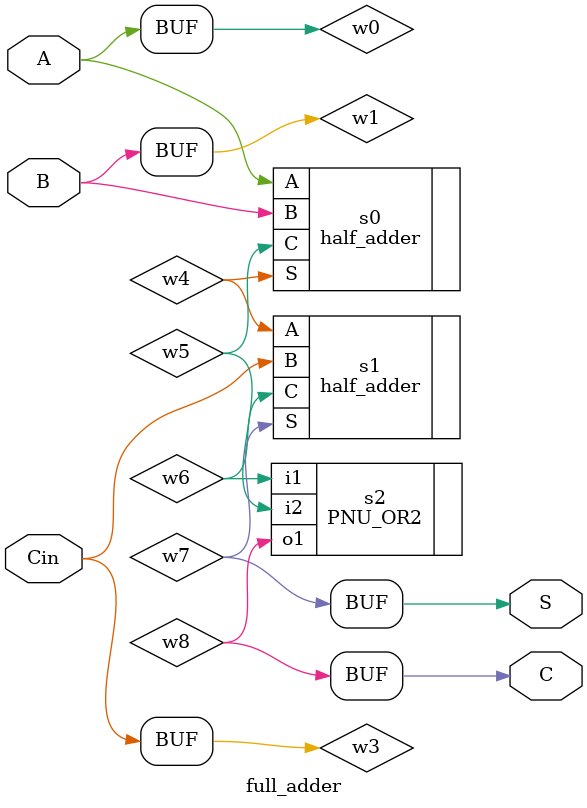
<source format=v>
module full_adder(A,B,Cin,S,C);

input A;
input B;
input Cin;
output S;
output C;

wire  w0;
wire  w1;
wire  w4;
wire  w3;
wire  w6;
wire  w5;
wire  w8;
wire  w7;

assign w0 = A;
assign w1 = B;
assign w3 = Cin;
assign S = w7;
assign C = w8;

half_adder
     s0 (
      .A(w0),
      .B(w1),
      .S(w4),
      .C(w5));

half_adder
     s1 (
      .A(w4),
      .B(w3),
      .C(w6),
      .S(w7));

PNU_OR2
     s2 (
      .i1(w6),
      .i2(w5),
      .o1(w8));

endmodule


</source>
